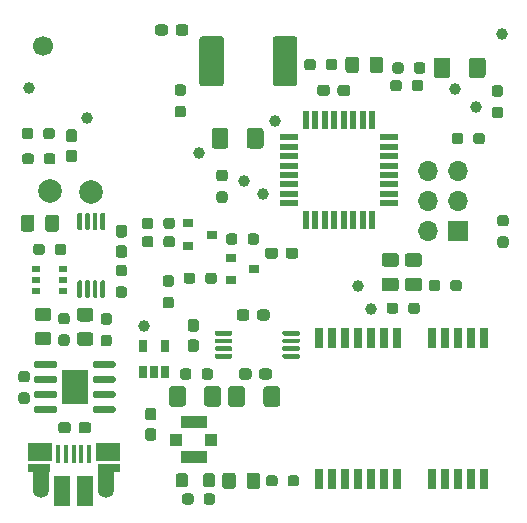
<source format=gts>
G04 #@! TF.GenerationSoftware,KiCad,Pcbnew,5.1.10-88a1d61d58~90~ubuntu20.04.1*
G04 #@! TF.CreationDate,2021-08-08T16:04:40+03:00*
G04 #@! TF.ProjectId,GPS_keychain,4750535f-6b65-4796-9368-61696e2e6b69,rev?*
G04 #@! TF.SameCoordinates,Original*
G04 #@! TF.FileFunction,Soldermask,Top*
G04 #@! TF.FilePolarity,Negative*
%FSLAX46Y46*%
G04 Gerber Fmt 4.6, Leading zero omitted, Abs format (unit mm)*
G04 Created by KiCad (PCBNEW 5.1.10-88a1d61d58~90~ubuntu20.04.1) date 2021-08-08 16:04:40*
%MOMM*%
%LPD*%
G01*
G04 APERTURE LIST*
%ADD10C,1.700000*%
%ADD11R,1.600000X0.550000*%
%ADD12R,0.550000X1.600000*%
%ADD13R,0.800000X1.800000*%
%ADD14R,0.650000X1.060000*%
%ADD15R,0.700000X0.510000*%
%ADD16R,2.290000X3.000000*%
%ADD17C,1.000000*%
%ADD18R,0.900000X0.800000*%
%ADD19O,1.700000X1.700000*%
%ADD20R,1.700000X1.700000*%
%ADD21C,2.000000*%
%ADD22R,1.430000X2.500000*%
%ADD23O,1.350000X1.700000*%
%ADD24O,1.100000X1.500000*%
%ADD25R,0.400000X1.650000*%
%ADD26R,2.000000X1.500000*%
%ADD27R,1.825000X0.700000*%
%ADD28R,1.350000X2.000000*%
%ADD29R,1.000000X1.000000*%
%ADD30R,2.200000X1.050000*%
G04 APERTURE END LIST*
D10*
X192798700Y-113271300D03*
D11*
X213569220Y-126630660D03*
X213569220Y-125830660D03*
X213569220Y-125030660D03*
X213569220Y-124230660D03*
X213569220Y-123430660D03*
X213569220Y-122630660D03*
X213569220Y-121830660D03*
X213569220Y-121030660D03*
D12*
X215019220Y-119580660D03*
X215819220Y-119580660D03*
X216619220Y-119580660D03*
X217419220Y-119580660D03*
X218219220Y-119580660D03*
X219019220Y-119580660D03*
X219819220Y-119580660D03*
X220619220Y-119580660D03*
D11*
X222069220Y-121030660D03*
X222069220Y-121830660D03*
X222069220Y-122630660D03*
X222069220Y-123430660D03*
X222069220Y-124230660D03*
X222069220Y-125030660D03*
X222069220Y-125830660D03*
X222069220Y-126630660D03*
D12*
X220619220Y-128080660D03*
X219819220Y-128080660D03*
X219019220Y-128080660D03*
X218219220Y-128080660D03*
X217419220Y-128080660D03*
X216619220Y-128080660D03*
X215819220Y-128080660D03*
X215019220Y-128080660D03*
G36*
G01*
X213033980Y-137727840D02*
X213033980Y-137527840D01*
G75*
G02*
X213133980Y-137427840I100000J0D01*
G01*
X214408980Y-137427840D01*
G75*
G02*
X214508980Y-137527840I0J-100000D01*
G01*
X214508980Y-137727840D01*
G75*
G02*
X214408980Y-137827840I-100000J0D01*
G01*
X213133980Y-137827840D01*
G75*
G02*
X213033980Y-137727840I0J100000D01*
G01*
G37*
G36*
G01*
X213033980Y-138377840D02*
X213033980Y-138177840D01*
G75*
G02*
X213133980Y-138077840I100000J0D01*
G01*
X214408980Y-138077840D01*
G75*
G02*
X214508980Y-138177840I0J-100000D01*
G01*
X214508980Y-138377840D01*
G75*
G02*
X214408980Y-138477840I-100000J0D01*
G01*
X213133980Y-138477840D01*
G75*
G02*
X213033980Y-138377840I0J100000D01*
G01*
G37*
G36*
G01*
X213033980Y-139027840D02*
X213033980Y-138827840D01*
G75*
G02*
X213133980Y-138727840I100000J0D01*
G01*
X214408980Y-138727840D01*
G75*
G02*
X214508980Y-138827840I0J-100000D01*
G01*
X214508980Y-139027840D01*
G75*
G02*
X214408980Y-139127840I-100000J0D01*
G01*
X213133980Y-139127840D01*
G75*
G02*
X213033980Y-139027840I0J100000D01*
G01*
G37*
G36*
G01*
X213033980Y-139677840D02*
X213033980Y-139477840D01*
G75*
G02*
X213133980Y-139377840I100000J0D01*
G01*
X214408980Y-139377840D01*
G75*
G02*
X214508980Y-139477840I0J-100000D01*
G01*
X214508980Y-139677840D01*
G75*
G02*
X214408980Y-139777840I-100000J0D01*
G01*
X213133980Y-139777840D01*
G75*
G02*
X213033980Y-139677840I0J100000D01*
G01*
G37*
G36*
G01*
X207308980Y-139677840D02*
X207308980Y-139477840D01*
G75*
G02*
X207408980Y-139377840I100000J0D01*
G01*
X208683980Y-139377840D01*
G75*
G02*
X208783980Y-139477840I0J-100000D01*
G01*
X208783980Y-139677840D01*
G75*
G02*
X208683980Y-139777840I-100000J0D01*
G01*
X207408980Y-139777840D01*
G75*
G02*
X207308980Y-139677840I0J100000D01*
G01*
G37*
G36*
G01*
X207308980Y-139027840D02*
X207308980Y-138827840D01*
G75*
G02*
X207408980Y-138727840I100000J0D01*
G01*
X208683980Y-138727840D01*
G75*
G02*
X208783980Y-138827840I0J-100000D01*
G01*
X208783980Y-139027840D01*
G75*
G02*
X208683980Y-139127840I-100000J0D01*
G01*
X207408980Y-139127840D01*
G75*
G02*
X207308980Y-139027840I0J100000D01*
G01*
G37*
G36*
G01*
X207308980Y-138377840D02*
X207308980Y-138177840D01*
G75*
G02*
X207408980Y-138077840I100000J0D01*
G01*
X208683980Y-138077840D01*
G75*
G02*
X208783980Y-138177840I0J-100000D01*
G01*
X208783980Y-138377840D01*
G75*
G02*
X208683980Y-138477840I-100000J0D01*
G01*
X207408980Y-138477840D01*
G75*
G02*
X207308980Y-138377840I0J100000D01*
G01*
G37*
G36*
G01*
X207308980Y-137727840D02*
X207308980Y-137527840D01*
G75*
G02*
X207408980Y-137427840I100000J0D01*
G01*
X208683980Y-137427840D01*
G75*
G02*
X208783980Y-137527840I0J-100000D01*
G01*
X208783980Y-137727840D01*
G75*
G02*
X208683980Y-137827840I-100000J0D01*
G01*
X207408980Y-137827840D01*
G75*
G02*
X207308980Y-137727840I0J100000D01*
G01*
G37*
D13*
X216113600Y-138007840D03*
X217213600Y-138007840D03*
X218313600Y-138007840D03*
X219413600Y-138007840D03*
X220513600Y-138007840D03*
X221613600Y-138007840D03*
X222713600Y-138007840D03*
X225713600Y-138007840D03*
X226813600Y-138007840D03*
X227913600Y-138007840D03*
X229013600Y-138007840D03*
X230113600Y-138007840D03*
X230113600Y-150007840D03*
X229013600Y-150007840D03*
X227913600Y-150007840D03*
X226813600Y-150007840D03*
X225713600Y-150007840D03*
X222713600Y-150007840D03*
X221613600Y-150007840D03*
X220513600Y-150007840D03*
X219413600Y-150007840D03*
X218313600Y-150007840D03*
X217213600Y-150007840D03*
X216113600Y-150007840D03*
D14*
X201218760Y-138706680D03*
X203118760Y-138706680D03*
X203118760Y-140906680D03*
X202168760Y-140906680D03*
X201218760Y-140906680D03*
G36*
G01*
X197719800Y-133161140D02*
X197919800Y-133161140D01*
G75*
G02*
X198019800Y-133261140I0J-100000D01*
G01*
X198019800Y-134536140D01*
G75*
G02*
X197919800Y-134636140I-100000J0D01*
G01*
X197719800Y-134636140D01*
G75*
G02*
X197619800Y-134536140I0J100000D01*
G01*
X197619800Y-133261140D01*
G75*
G02*
X197719800Y-133161140I100000J0D01*
G01*
G37*
G36*
G01*
X197069800Y-133161140D02*
X197269800Y-133161140D01*
G75*
G02*
X197369800Y-133261140I0J-100000D01*
G01*
X197369800Y-134536140D01*
G75*
G02*
X197269800Y-134636140I-100000J0D01*
G01*
X197069800Y-134636140D01*
G75*
G02*
X196969800Y-134536140I0J100000D01*
G01*
X196969800Y-133261140D01*
G75*
G02*
X197069800Y-133161140I100000J0D01*
G01*
G37*
G36*
G01*
X196419800Y-133161140D02*
X196619800Y-133161140D01*
G75*
G02*
X196719800Y-133261140I0J-100000D01*
G01*
X196719800Y-134536140D01*
G75*
G02*
X196619800Y-134636140I-100000J0D01*
G01*
X196419800Y-134636140D01*
G75*
G02*
X196319800Y-134536140I0J100000D01*
G01*
X196319800Y-133261140D01*
G75*
G02*
X196419800Y-133161140I100000J0D01*
G01*
G37*
G36*
G01*
X195769800Y-133161140D02*
X195969800Y-133161140D01*
G75*
G02*
X196069800Y-133261140I0J-100000D01*
G01*
X196069800Y-134536140D01*
G75*
G02*
X195969800Y-134636140I-100000J0D01*
G01*
X195769800Y-134636140D01*
G75*
G02*
X195669800Y-134536140I0J100000D01*
G01*
X195669800Y-133261140D01*
G75*
G02*
X195769800Y-133161140I100000J0D01*
G01*
G37*
G36*
G01*
X195769800Y-127436140D02*
X195969800Y-127436140D01*
G75*
G02*
X196069800Y-127536140I0J-100000D01*
G01*
X196069800Y-128811140D01*
G75*
G02*
X195969800Y-128911140I-100000J0D01*
G01*
X195769800Y-128911140D01*
G75*
G02*
X195669800Y-128811140I0J100000D01*
G01*
X195669800Y-127536140D01*
G75*
G02*
X195769800Y-127436140I100000J0D01*
G01*
G37*
G36*
G01*
X196419800Y-127436140D02*
X196619800Y-127436140D01*
G75*
G02*
X196719800Y-127536140I0J-100000D01*
G01*
X196719800Y-128811140D01*
G75*
G02*
X196619800Y-128911140I-100000J0D01*
G01*
X196419800Y-128911140D01*
G75*
G02*
X196319800Y-128811140I0J100000D01*
G01*
X196319800Y-127536140D01*
G75*
G02*
X196419800Y-127436140I100000J0D01*
G01*
G37*
G36*
G01*
X197069800Y-127436140D02*
X197269800Y-127436140D01*
G75*
G02*
X197369800Y-127536140I0J-100000D01*
G01*
X197369800Y-128811140D01*
G75*
G02*
X197269800Y-128911140I-100000J0D01*
G01*
X197069800Y-128911140D01*
G75*
G02*
X196969800Y-128811140I0J100000D01*
G01*
X196969800Y-127536140D01*
G75*
G02*
X197069800Y-127436140I100000J0D01*
G01*
G37*
G36*
G01*
X197719800Y-127436140D02*
X197919800Y-127436140D01*
G75*
G02*
X198019800Y-127536140I0J-100000D01*
G01*
X198019800Y-128811140D01*
G75*
G02*
X197919800Y-128911140I-100000J0D01*
G01*
X197719800Y-128911140D01*
G75*
G02*
X197619800Y-128811140I0J100000D01*
G01*
X197619800Y-127536140D01*
G75*
G02*
X197719800Y-127436140I100000J0D01*
G01*
G37*
D15*
X194487800Y-132161240D03*
X194487800Y-133111240D03*
X194487800Y-134061240D03*
X192167800Y-134061240D03*
X192167800Y-133111240D03*
X192167800Y-132161240D03*
D16*
X195458080Y-142189200D03*
G36*
G01*
X196958080Y-140434200D02*
X196958080Y-140134200D01*
G75*
G02*
X197108080Y-139984200I150000J0D01*
G01*
X198758080Y-139984200D01*
G75*
G02*
X198908080Y-140134200I0J-150000D01*
G01*
X198908080Y-140434200D01*
G75*
G02*
X198758080Y-140584200I-150000J0D01*
G01*
X197108080Y-140584200D01*
G75*
G02*
X196958080Y-140434200I0J150000D01*
G01*
G37*
G36*
G01*
X196958080Y-141704200D02*
X196958080Y-141404200D01*
G75*
G02*
X197108080Y-141254200I150000J0D01*
G01*
X198758080Y-141254200D01*
G75*
G02*
X198908080Y-141404200I0J-150000D01*
G01*
X198908080Y-141704200D01*
G75*
G02*
X198758080Y-141854200I-150000J0D01*
G01*
X197108080Y-141854200D01*
G75*
G02*
X196958080Y-141704200I0J150000D01*
G01*
G37*
G36*
G01*
X196958080Y-142974200D02*
X196958080Y-142674200D01*
G75*
G02*
X197108080Y-142524200I150000J0D01*
G01*
X198758080Y-142524200D01*
G75*
G02*
X198908080Y-142674200I0J-150000D01*
G01*
X198908080Y-142974200D01*
G75*
G02*
X198758080Y-143124200I-150000J0D01*
G01*
X197108080Y-143124200D01*
G75*
G02*
X196958080Y-142974200I0J150000D01*
G01*
G37*
G36*
G01*
X196958080Y-144244200D02*
X196958080Y-143944200D01*
G75*
G02*
X197108080Y-143794200I150000J0D01*
G01*
X198758080Y-143794200D01*
G75*
G02*
X198908080Y-143944200I0J-150000D01*
G01*
X198908080Y-144244200D01*
G75*
G02*
X198758080Y-144394200I-150000J0D01*
G01*
X197108080Y-144394200D01*
G75*
G02*
X196958080Y-144244200I0J150000D01*
G01*
G37*
G36*
G01*
X192008080Y-144244200D02*
X192008080Y-143944200D01*
G75*
G02*
X192158080Y-143794200I150000J0D01*
G01*
X193808080Y-143794200D01*
G75*
G02*
X193958080Y-143944200I0J-150000D01*
G01*
X193958080Y-144244200D01*
G75*
G02*
X193808080Y-144394200I-150000J0D01*
G01*
X192158080Y-144394200D01*
G75*
G02*
X192008080Y-144244200I0J150000D01*
G01*
G37*
G36*
G01*
X192008080Y-142974200D02*
X192008080Y-142674200D01*
G75*
G02*
X192158080Y-142524200I150000J0D01*
G01*
X193808080Y-142524200D01*
G75*
G02*
X193958080Y-142674200I0J-150000D01*
G01*
X193958080Y-142974200D01*
G75*
G02*
X193808080Y-143124200I-150000J0D01*
G01*
X192158080Y-143124200D01*
G75*
G02*
X192008080Y-142974200I0J150000D01*
G01*
G37*
G36*
G01*
X192008080Y-141704200D02*
X192008080Y-141404200D01*
G75*
G02*
X192158080Y-141254200I150000J0D01*
G01*
X193808080Y-141254200D01*
G75*
G02*
X193958080Y-141404200I0J-150000D01*
G01*
X193958080Y-141704200D01*
G75*
G02*
X193808080Y-141854200I-150000J0D01*
G01*
X192158080Y-141854200D01*
G75*
G02*
X192008080Y-141704200I0J150000D01*
G01*
G37*
G36*
G01*
X192008080Y-140434200D02*
X192008080Y-140134200D01*
G75*
G02*
X192158080Y-139984200I150000J0D01*
G01*
X193808080Y-139984200D01*
G75*
G02*
X193958080Y-140134200I0J-150000D01*
G01*
X193958080Y-140434200D01*
G75*
G02*
X193808080Y-140584200I-150000J0D01*
G01*
X192158080Y-140584200D01*
G75*
G02*
X192008080Y-140434200I0J150000D01*
G01*
G37*
D17*
X211421980Y-125826520D03*
X209745580Y-124747020D03*
X231609900Y-112268000D03*
X212407500Y-119621300D03*
X229425500Y-118465600D03*
X227609400Y-116928900D03*
X219415360Y-133672580D03*
X220515180Y-135613140D03*
X206006700Y-122339100D03*
X196507100Y-119430800D03*
X201307700Y-137020300D03*
X191604900Y-116852700D03*
G36*
G01*
X226392560Y-133356340D02*
X226392560Y-133831340D01*
G75*
G02*
X226155060Y-134068840I-237500J0D01*
G01*
X225655060Y-134068840D01*
G75*
G02*
X225417560Y-133831340I0J237500D01*
G01*
X225417560Y-133356340D01*
G75*
G02*
X225655060Y-133118840I237500J0D01*
G01*
X226155060Y-133118840D01*
G75*
G02*
X226392560Y-133356340I0J-237500D01*
G01*
G37*
G36*
G01*
X228217560Y-133356340D02*
X228217560Y-133831340D01*
G75*
G02*
X227980060Y-134068840I-237500J0D01*
G01*
X227480060Y-134068840D01*
G75*
G02*
X227242560Y-133831340I0J237500D01*
G01*
X227242560Y-133356340D01*
G75*
G02*
X227480060Y-133118840I237500J0D01*
G01*
X227980060Y-133118840D01*
G75*
G02*
X228217560Y-133356340I0J-237500D01*
G01*
G37*
G36*
G01*
X223683380Y-135743960D02*
X223683380Y-135268960D01*
G75*
G02*
X223920880Y-135031460I237500J0D01*
G01*
X224420880Y-135031460D01*
G75*
G02*
X224658380Y-135268960I0J-237500D01*
G01*
X224658380Y-135743960D01*
G75*
G02*
X224420880Y-135981460I-237500J0D01*
G01*
X223920880Y-135981460D01*
G75*
G02*
X223683380Y-135743960I0J237500D01*
G01*
G37*
G36*
G01*
X221858380Y-135743960D02*
X221858380Y-135268960D01*
G75*
G02*
X222095880Y-135031460I237500J0D01*
G01*
X222595880Y-135031460D01*
G75*
G02*
X222833380Y-135268960I0J-237500D01*
G01*
X222833380Y-135743960D01*
G75*
G02*
X222595880Y-135981460I-237500J0D01*
G01*
X222095880Y-135981460D01*
G75*
G02*
X221858380Y-135743960I0J237500D01*
G01*
G37*
G36*
G01*
X208154280Y-124767160D02*
X207679280Y-124767160D01*
G75*
G02*
X207441780Y-124529660I0J237500D01*
G01*
X207441780Y-124029660D01*
G75*
G02*
X207679280Y-123792160I237500J0D01*
G01*
X208154280Y-123792160D01*
G75*
G02*
X208391780Y-124029660I0J-237500D01*
G01*
X208391780Y-124529660D01*
G75*
G02*
X208154280Y-124767160I-237500J0D01*
G01*
G37*
G36*
G01*
X208154280Y-126592160D02*
X207679280Y-126592160D01*
G75*
G02*
X207441780Y-126354660I0J237500D01*
G01*
X207441780Y-125854660D01*
G75*
G02*
X207679280Y-125617160I237500J0D01*
G01*
X208154280Y-125617160D01*
G75*
G02*
X208391780Y-125854660I0J-237500D01*
G01*
X208391780Y-126354660D01*
G75*
G02*
X208154280Y-126592160I-237500J0D01*
G01*
G37*
G36*
G01*
X192773480Y-120958620D02*
X192773480Y-120483620D01*
G75*
G02*
X193010980Y-120246120I237500J0D01*
G01*
X193510980Y-120246120D01*
G75*
G02*
X193748480Y-120483620I0J-237500D01*
G01*
X193748480Y-120958620D01*
G75*
G02*
X193510980Y-121196120I-237500J0D01*
G01*
X193010980Y-121196120D01*
G75*
G02*
X192773480Y-120958620I0J237500D01*
G01*
G37*
G36*
G01*
X190948480Y-120958620D02*
X190948480Y-120483620D01*
G75*
G02*
X191185980Y-120246120I237500J0D01*
G01*
X191685980Y-120246120D01*
G75*
G02*
X191923480Y-120483620I0J-237500D01*
G01*
X191923480Y-120958620D01*
G75*
G02*
X191685980Y-121196120I-237500J0D01*
G01*
X191185980Y-121196120D01*
G75*
G02*
X190948480Y-120958620I0J237500D01*
G01*
G37*
G36*
G01*
X191976820Y-122632460D02*
X191976820Y-123107460D01*
G75*
G02*
X191739320Y-123344960I-237500J0D01*
G01*
X191239320Y-123344960D01*
G75*
G02*
X191001820Y-123107460I0J237500D01*
G01*
X191001820Y-122632460D01*
G75*
G02*
X191239320Y-122394960I237500J0D01*
G01*
X191739320Y-122394960D01*
G75*
G02*
X191976820Y-122632460I0J-237500D01*
G01*
G37*
G36*
G01*
X193801820Y-122632460D02*
X193801820Y-123107460D01*
G75*
G02*
X193564320Y-123344960I-237500J0D01*
G01*
X193064320Y-123344960D01*
G75*
G02*
X192826820Y-123107460I0J237500D01*
G01*
X192826820Y-122632460D01*
G75*
G02*
X193064320Y-122394960I237500J0D01*
G01*
X193564320Y-122394960D01*
G75*
G02*
X193801820Y-122632460I0J-237500D01*
G01*
G37*
G36*
G01*
X229197080Y-121387880D02*
X229197080Y-120912880D01*
G75*
G02*
X229434580Y-120675380I237500J0D01*
G01*
X229934580Y-120675380D01*
G75*
G02*
X230172080Y-120912880I0J-237500D01*
G01*
X230172080Y-121387880D01*
G75*
G02*
X229934580Y-121625380I-237500J0D01*
G01*
X229434580Y-121625380D01*
G75*
G02*
X229197080Y-121387880I0J237500D01*
G01*
G37*
G36*
G01*
X227372080Y-121387880D02*
X227372080Y-120912880D01*
G75*
G02*
X227609580Y-120675380I237500J0D01*
G01*
X228109580Y-120675380D01*
G75*
G02*
X228347080Y-120912880I0J-237500D01*
G01*
X228347080Y-121387880D01*
G75*
G02*
X228109580Y-121625380I-237500J0D01*
G01*
X227609580Y-121625380D01*
G75*
G02*
X227372080Y-121387880I0J237500D01*
G01*
G37*
G36*
G01*
X231463840Y-129433500D02*
X231938840Y-129433500D01*
G75*
G02*
X232176340Y-129671000I0J-237500D01*
G01*
X232176340Y-130171000D01*
G75*
G02*
X231938840Y-130408500I-237500J0D01*
G01*
X231463840Y-130408500D01*
G75*
G02*
X231226340Y-130171000I0J237500D01*
G01*
X231226340Y-129671000D01*
G75*
G02*
X231463840Y-129433500I237500J0D01*
G01*
G37*
G36*
G01*
X231463840Y-127608500D02*
X231938840Y-127608500D01*
G75*
G02*
X232176340Y-127846000I0J-237500D01*
G01*
X232176340Y-128346000D01*
G75*
G02*
X231938840Y-128583500I-237500J0D01*
G01*
X231463840Y-128583500D01*
G75*
G02*
X231226340Y-128346000I0J237500D01*
G01*
X231226340Y-127846000D01*
G75*
G02*
X231463840Y-127608500I237500J0D01*
G01*
G37*
G36*
G01*
X206497100Y-133206500D02*
X206497100Y-132731500D01*
G75*
G02*
X206734600Y-132494000I237500J0D01*
G01*
X207234600Y-132494000D01*
G75*
G02*
X207472100Y-132731500I0J-237500D01*
G01*
X207472100Y-133206500D01*
G75*
G02*
X207234600Y-133444000I-237500J0D01*
G01*
X206734600Y-133444000D01*
G75*
G02*
X206497100Y-133206500I0J237500D01*
G01*
G37*
G36*
G01*
X204672100Y-133206500D02*
X204672100Y-132731500D01*
G75*
G02*
X204909600Y-132494000I237500J0D01*
G01*
X205409600Y-132494000D01*
G75*
G02*
X205647100Y-132731500I0J-237500D01*
G01*
X205647100Y-133206500D01*
G75*
G02*
X205409600Y-133444000I-237500J0D01*
G01*
X204909600Y-133444000D01*
G75*
G02*
X204672100Y-133206500I0J237500D01*
G01*
G37*
G36*
G01*
X203127600Y-134551600D02*
X203602600Y-134551600D01*
G75*
G02*
X203840100Y-134789100I0J-237500D01*
G01*
X203840100Y-135289100D01*
G75*
G02*
X203602600Y-135526600I-237500J0D01*
G01*
X203127600Y-135526600D01*
G75*
G02*
X202890100Y-135289100I0J237500D01*
G01*
X202890100Y-134789100D01*
G75*
G02*
X203127600Y-134551600I237500J0D01*
G01*
G37*
G36*
G01*
X203127600Y-132726600D02*
X203602600Y-132726600D01*
G75*
G02*
X203840100Y-132964100I0J-237500D01*
G01*
X203840100Y-133464100D01*
G75*
G02*
X203602600Y-133701600I-237500J0D01*
G01*
X203127600Y-133701600D01*
G75*
G02*
X202890100Y-133464100I0J237500D01*
G01*
X202890100Y-132964100D01*
G75*
G02*
X203127600Y-132726600I237500J0D01*
G01*
G37*
G36*
G01*
X202953800Y-128571000D02*
X202953800Y-128096000D01*
G75*
G02*
X203191300Y-127858500I237500J0D01*
G01*
X203691300Y-127858500D01*
G75*
G02*
X203928800Y-128096000I0J-237500D01*
G01*
X203928800Y-128571000D01*
G75*
G02*
X203691300Y-128808500I-237500J0D01*
G01*
X203191300Y-128808500D01*
G75*
G02*
X202953800Y-128571000I0J237500D01*
G01*
G37*
G36*
G01*
X201128800Y-128571000D02*
X201128800Y-128096000D01*
G75*
G02*
X201366300Y-127858500I237500J0D01*
G01*
X201866300Y-127858500D01*
G75*
G02*
X202103800Y-128096000I0J-237500D01*
G01*
X202103800Y-128571000D01*
G75*
G02*
X201866300Y-128808500I-237500J0D01*
G01*
X201366300Y-128808500D01*
G75*
G02*
X201128800Y-128571000I0J237500D01*
G01*
G37*
G36*
G01*
X202953800Y-130120400D02*
X202953800Y-129645400D01*
G75*
G02*
X203191300Y-129407900I237500J0D01*
G01*
X203691300Y-129407900D01*
G75*
G02*
X203928800Y-129645400I0J-237500D01*
G01*
X203928800Y-130120400D01*
G75*
G02*
X203691300Y-130357900I-237500J0D01*
G01*
X203191300Y-130357900D01*
G75*
G02*
X202953800Y-130120400I0J237500D01*
G01*
G37*
G36*
G01*
X201128800Y-130120400D02*
X201128800Y-129645400D01*
G75*
G02*
X201366300Y-129407900I237500J0D01*
G01*
X201866300Y-129407900D01*
G75*
G02*
X202103800Y-129645400I0J-237500D01*
G01*
X202103800Y-130120400D01*
G75*
G02*
X201866300Y-130357900I-237500J0D01*
G01*
X201366300Y-130357900D01*
G75*
G02*
X201128800Y-130120400I0J237500D01*
G01*
G37*
G36*
G01*
X209224700Y-129416800D02*
X209224700Y-129891800D01*
G75*
G02*
X208987200Y-130129300I-237500J0D01*
G01*
X208487200Y-130129300D01*
G75*
G02*
X208249700Y-129891800I0J237500D01*
G01*
X208249700Y-129416800D01*
G75*
G02*
X208487200Y-129179300I237500J0D01*
G01*
X208987200Y-129179300D01*
G75*
G02*
X209224700Y-129416800I0J-237500D01*
G01*
G37*
G36*
G01*
X211049700Y-129416800D02*
X211049700Y-129891800D01*
G75*
G02*
X210812200Y-130129300I-237500J0D01*
G01*
X210312200Y-130129300D01*
G75*
G02*
X210074700Y-129891800I0J237500D01*
G01*
X210074700Y-129416800D01*
G75*
G02*
X210312200Y-129179300I237500J0D01*
G01*
X210812200Y-129179300D01*
G75*
G02*
X211049700Y-129416800I0J-237500D01*
G01*
G37*
G36*
G01*
X206354860Y-151905980D02*
X206354860Y-151430980D01*
G75*
G02*
X206592360Y-151193480I237500J0D01*
G01*
X207092360Y-151193480D01*
G75*
G02*
X207329860Y-151430980I0J-237500D01*
G01*
X207329860Y-151905980D01*
G75*
G02*
X207092360Y-152143480I-237500J0D01*
G01*
X206592360Y-152143480D01*
G75*
G02*
X206354860Y-151905980I0J237500D01*
G01*
G37*
G36*
G01*
X204529860Y-151905980D02*
X204529860Y-151430980D01*
G75*
G02*
X204767360Y-151193480I237500J0D01*
G01*
X205267360Y-151193480D01*
G75*
G02*
X205504860Y-151430980I0J-237500D01*
G01*
X205504860Y-151905980D01*
G75*
G02*
X205267360Y-152143480I-237500J0D01*
G01*
X204767360Y-152143480D01*
G75*
G02*
X204529860Y-151905980I0J237500D01*
G01*
G37*
G36*
G01*
X213464960Y-150366740D02*
X213464960Y-149891740D01*
G75*
G02*
X213702460Y-149654240I237500J0D01*
G01*
X214202460Y-149654240D01*
G75*
G02*
X214439960Y-149891740I0J-237500D01*
G01*
X214439960Y-150366740D01*
G75*
G02*
X214202460Y-150604240I-237500J0D01*
G01*
X213702460Y-150604240D01*
G75*
G02*
X213464960Y-150366740I0J237500D01*
G01*
G37*
G36*
G01*
X211639960Y-150366740D02*
X211639960Y-149891740D01*
G75*
G02*
X211877460Y-149654240I237500J0D01*
G01*
X212377460Y-149654240D01*
G75*
G02*
X212614960Y-149891740I0J-237500D01*
G01*
X212614960Y-150366740D01*
G75*
G02*
X212377460Y-150604240I-237500J0D01*
G01*
X211877460Y-150604240D01*
G75*
G02*
X211639960Y-150366740I0J237500D01*
G01*
G37*
G36*
G01*
X216697740Y-115129320D02*
X216697740Y-114654320D01*
G75*
G02*
X216935240Y-114416820I237500J0D01*
G01*
X217435240Y-114416820D01*
G75*
G02*
X217672740Y-114654320I0J-237500D01*
G01*
X217672740Y-115129320D01*
G75*
G02*
X217435240Y-115366820I-237500J0D01*
G01*
X216935240Y-115366820D01*
G75*
G02*
X216697740Y-115129320I0J237500D01*
G01*
G37*
G36*
G01*
X214872740Y-115129320D02*
X214872740Y-114654320D01*
G75*
G02*
X215110240Y-114416820I237500J0D01*
G01*
X215610240Y-114416820D01*
G75*
G02*
X215847740Y-114654320I0J-237500D01*
G01*
X215847740Y-115129320D01*
G75*
G02*
X215610240Y-115366820I-237500J0D01*
G01*
X215110240Y-115366820D01*
G75*
G02*
X214872740Y-115129320I0J237500D01*
G01*
G37*
G36*
G01*
X204143600Y-118384500D02*
X204618600Y-118384500D01*
G75*
G02*
X204856100Y-118622000I0J-237500D01*
G01*
X204856100Y-119122000D01*
G75*
G02*
X204618600Y-119359500I-237500J0D01*
G01*
X204143600Y-119359500D01*
G75*
G02*
X203906100Y-119122000I0J237500D01*
G01*
X203906100Y-118622000D01*
G75*
G02*
X204143600Y-118384500I237500J0D01*
G01*
G37*
G36*
G01*
X204143600Y-116559500D02*
X204618600Y-116559500D01*
G75*
G02*
X204856100Y-116797000I0J-237500D01*
G01*
X204856100Y-117297000D01*
G75*
G02*
X204618600Y-117534500I-237500J0D01*
G01*
X204143600Y-117534500D01*
G75*
G02*
X203906100Y-117297000I0J237500D01*
G01*
X203906100Y-116797000D01*
G75*
G02*
X204143600Y-116559500I237500J0D01*
G01*
G37*
G36*
G01*
X224152640Y-115408720D02*
X224152640Y-114933720D01*
G75*
G02*
X224390140Y-114696220I237500J0D01*
G01*
X224890140Y-114696220D01*
G75*
G02*
X225127640Y-114933720I0J-237500D01*
G01*
X225127640Y-115408720D01*
G75*
G02*
X224890140Y-115646220I-237500J0D01*
G01*
X224390140Y-115646220D01*
G75*
G02*
X224152640Y-115408720I0J237500D01*
G01*
G37*
G36*
G01*
X222327640Y-115408720D02*
X222327640Y-114933720D01*
G75*
G02*
X222565140Y-114696220I237500J0D01*
G01*
X223065140Y-114696220D01*
G75*
G02*
X223302640Y-114933720I0J-237500D01*
G01*
X223302640Y-115408720D01*
G75*
G02*
X223065140Y-115646220I-237500J0D01*
G01*
X222565140Y-115646220D01*
G75*
G02*
X222327640Y-115408720I0J237500D01*
G01*
G37*
G36*
G01*
X223987540Y-116902240D02*
X223987540Y-116427240D01*
G75*
G02*
X224225040Y-116189740I237500J0D01*
G01*
X224725040Y-116189740D01*
G75*
G02*
X224962540Y-116427240I0J-237500D01*
G01*
X224962540Y-116902240D01*
G75*
G02*
X224725040Y-117139740I-237500J0D01*
G01*
X224225040Y-117139740D01*
G75*
G02*
X223987540Y-116902240I0J237500D01*
G01*
G37*
G36*
G01*
X222162540Y-116902240D02*
X222162540Y-116427240D01*
G75*
G02*
X222400040Y-116189740I237500J0D01*
G01*
X222900040Y-116189740D01*
G75*
G02*
X223137540Y-116427240I0J-237500D01*
G01*
X223137540Y-116902240D01*
G75*
G02*
X222900040Y-117139740I-237500J0D01*
G01*
X222400040Y-117139740D01*
G75*
G02*
X222162540Y-116902240I0J237500D01*
G01*
G37*
G36*
G01*
X230991400Y-118460700D02*
X231466400Y-118460700D01*
G75*
G02*
X231703900Y-118698200I0J-237500D01*
G01*
X231703900Y-119198200D01*
G75*
G02*
X231466400Y-119435700I-237500J0D01*
G01*
X230991400Y-119435700D01*
G75*
G02*
X230753900Y-119198200I0J237500D01*
G01*
X230753900Y-118698200D01*
G75*
G02*
X230991400Y-118460700I237500J0D01*
G01*
G37*
G36*
G01*
X230991400Y-116635700D02*
X231466400Y-116635700D01*
G75*
G02*
X231703900Y-116873200I0J-237500D01*
G01*
X231703900Y-117373200D01*
G75*
G02*
X231466400Y-117610700I-237500J0D01*
G01*
X230991400Y-117610700D01*
G75*
G02*
X230753900Y-117373200I0J237500D01*
G01*
X230753900Y-116873200D01*
G75*
G02*
X230991400Y-116635700I237500J0D01*
G01*
G37*
G36*
G01*
X205328340Y-140854420D02*
X205328340Y-141329420D01*
G75*
G02*
X205090840Y-141566920I-237500J0D01*
G01*
X204590840Y-141566920D01*
G75*
G02*
X204353340Y-141329420I0J237500D01*
G01*
X204353340Y-140854420D01*
G75*
G02*
X204590840Y-140616920I237500J0D01*
G01*
X205090840Y-140616920D01*
G75*
G02*
X205328340Y-140854420I0J-237500D01*
G01*
G37*
G36*
G01*
X207153340Y-140854420D02*
X207153340Y-141329420D01*
G75*
G02*
X206915840Y-141566920I-237500J0D01*
G01*
X206415840Y-141566920D01*
G75*
G02*
X206178340Y-141329420I0J237500D01*
G01*
X206178340Y-140854420D01*
G75*
G02*
X206415840Y-140616920I237500J0D01*
G01*
X206915840Y-140616920D01*
G75*
G02*
X207153340Y-140854420I0J-237500D01*
G01*
G37*
G36*
G01*
X199152500Y-133665140D02*
X199627500Y-133665140D01*
G75*
G02*
X199865000Y-133902640I0J-237500D01*
G01*
X199865000Y-134402640D01*
G75*
G02*
X199627500Y-134640140I-237500J0D01*
G01*
X199152500Y-134640140D01*
G75*
G02*
X198915000Y-134402640I0J237500D01*
G01*
X198915000Y-133902640D01*
G75*
G02*
X199152500Y-133665140I237500J0D01*
G01*
G37*
G36*
G01*
X199152500Y-131840140D02*
X199627500Y-131840140D01*
G75*
G02*
X199865000Y-132077640I0J-237500D01*
G01*
X199865000Y-132577640D01*
G75*
G02*
X199627500Y-132815140I-237500J0D01*
G01*
X199152500Y-132815140D01*
G75*
G02*
X198915000Y-132577640I0J237500D01*
G01*
X198915000Y-132077640D01*
G75*
G02*
X199152500Y-131840140I237500J0D01*
G01*
G37*
G36*
G01*
X192902660Y-130303260D02*
X192902660Y-130778260D01*
G75*
G02*
X192665160Y-131015760I-237500J0D01*
G01*
X192165160Y-131015760D01*
G75*
G02*
X191927660Y-130778260I0J237500D01*
G01*
X191927660Y-130303260D01*
G75*
G02*
X192165160Y-130065760I237500J0D01*
G01*
X192665160Y-130065760D01*
G75*
G02*
X192902660Y-130303260I0J-237500D01*
G01*
G37*
G36*
G01*
X194727660Y-130303260D02*
X194727660Y-130778260D01*
G75*
G02*
X194490160Y-131015760I-237500J0D01*
G01*
X193990160Y-131015760D01*
G75*
G02*
X193752660Y-130778260I0J237500D01*
G01*
X193752660Y-130303260D01*
G75*
G02*
X193990160Y-130065760I237500J0D01*
G01*
X194490160Y-130065760D01*
G75*
G02*
X194727660Y-130303260I0J-237500D01*
G01*
G37*
G36*
G01*
X191392820Y-141791500D02*
X190917820Y-141791500D01*
G75*
G02*
X190680320Y-141554000I0J237500D01*
G01*
X190680320Y-141054000D01*
G75*
G02*
X190917820Y-140816500I237500J0D01*
G01*
X191392820Y-140816500D01*
G75*
G02*
X191630320Y-141054000I0J-237500D01*
G01*
X191630320Y-141554000D01*
G75*
G02*
X191392820Y-141791500I-237500J0D01*
G01*
G37*
G36*
G01*
X191392820Y-143616500D02*
X190917820Y-143616500D01*
G75*
G02*
X190680320Y-143379000I0J237500D01*
G01*
X190680320Y-142879000D01*
G75*
G02*
X190917820Y-142641500I237500J0D01*
G01*
X191392820Y-142641500D01*
G75*
G02*
X191630320Y-142879000I0J-237500D01*
G01*
X191630320Y-143379000D01*
G75*
G02*
X191392820Y-143616500I-237500J0D01*
G01*
G37*
G36*
G01*
X197877420Y-137769780D02*
X198352420Y-137769780D01*
G75*
G02*
X198589920Y-138007280I0J-237500D01*
G01*
X198589920Y-138507280D01*
G75*
G02*
X198352420Y-138744780I-237500J0D01*
G01*
X197877420Y-138744780D01*
G75*
G02*
X197639920Y-138507280I0J237500D01*
G01*
X197639920Y-138007280D01*
G75*
G02*
X197877420Y-137769780I237500J0D01*
G01*
G37*
G36*
G01*
X197877420Y-135944780D02*
X198352420Y-135944780D01*
G75*
G02*
X198589920Y-136182280I0J-237500D01*
G01*
X198589920Y-136682280D01*
G75*
G02*
X198352420Y-136919780I-237500J0D01*
G01*
X197877420Y-136919780D01*
G75*
G02*
X197639920Y-136682280I0J237500D01*
G01*
X197639920Y-136182280D01*
G75*
G02*
X197877420Y-135944780I237500J0D01*
G01*
G37*
G36*
G01*
X194296020Y-137734220D02*
X194771020Y-137734220D01*
G75*
G02*
X195008520Y-137971720I0J-237500D01*
G01*
X195008520Y-138471720D01*
G75*
G02*
X194771020Y-138709220I-237500J0D01*
G01*
X194296020Y-138709220D01*
G75*
G02*
X194058520Y-138471720I0J237500D01*
G01*
X194058520Y-137971720D01*
G75*
G02*
X194296020Y-137734220I237500J0D01*
G01*
G37*
G36*
G01*
X194296020Y-135909220D02*
X194771020Y-135909220D01*
G75*
G02*
X195008520Y-136146720I0J-237500D01*
G01*
X195008520Y-136646720D01*
G75*
G02*
X194771020Y-136884220I-237500J0D01*
G01*
X194296020Y-136884220D01*
G75*
G02*
X194058520Y-136646720I0J237500D01*
G01*
X194058520Y-136146720D01*
G75*
G02*
X194296020Y-135909220I237500J0D01*
G01*
G37*
D18*
X210661000Y-132184100D03*
X208661000Y-133134100D03*
X208661000Y-131234100D03*
X207048100Y-129273300D03*
X205048100Y-130223300D03*
X205048100Y-128323300D03*
G36*
G01*
X206286880Y-150438601D02*
X206286880Y-149738599D01*
G75*
G02*
X206536879Y-149488600I249999J0D01*
G01*
X207086881Y-149488600D01*
G75*
G02*
X207336880Y-149738599I0J-249999D01*
G01*
X207336880Y-150438601D01*
G75*
G02*
X207086881Y-150688600I-249999J0D01*
G01*
X206536879Y-150688600D01*
G75*
G02*
X206286880Y-150438601I0J249999D01*
G01*
G37*
G36*
G01*
X203986880Y-150438601D02*
X203986880Y-149738599D01*
G75*
G02*
X204236879Y-149488600I249999J0D01*
G01*
X204786881Y-149488600D01*
G75*
G02*
X205036880Y-149738599I0J-249999D01*
G01*
X205036880Y-150438601D01*
G75*
G02*
X204786881Y-150688600I-249999J0D01*
G01*
X204236879Y-150688600D01*
G75*
G02*
X203986880Y-150438601I0J249999D01*
G01*
G37*
D19*
X225376740Y-123898660D03*
X227916740Y-123898660D03*
X225376740Y-126438660D03*
X227916740Y-126438660D03*
X225376740Y-128978660D03*
D20*
X227916740Y-128978660D03*
D21*
X196819520Y-125674120D03*
X193314320Y-125577600D03*
D22*
X196314060Y-150972520D03*
X194394060Y-150972520D03*
D23*
X198084060Y-150702520D03*
X192624060Y-150702520D03*
D24*
X197774060Y-147702520D03*
X192934060Y-147702520D03*
D25*
X196654060Y-147822520D03*
X196004060Y-147822520D03*
X195354060Y-147822520D03*
X194704060Y-147822520D03*
X194054060Y-147822520D03*
D26*
X198254060Y-147702520D03*
X192504060Y-147722520D03*
D27*
X198354060Y-149022520D03*
X192404060Y-149022520D03*
D28*
X192624060Y-149772520D03*
X198104060Y-149772520D03*
G36*
G01*
X209862120Y-142366840D02*
X209862120Y-143616840D01*
G75*
G02*
X209612120Y-143866840I-250000J0D01*
G01*
X208687120Y-143866840D01*
G75*
G02*
X208437120Y-143616840I0J250000D01*
G01*
X208437120Y-142366840D01*
G75*
G02*
X208687120Y-142116840I250000J0D01*
G01*
X209612120Y-142116840D01*
G75*
G02*
X209862120Y-142366840I0J-250000D01*
G01*
G37*
G36*
G01*
X212837120Y-142366840D02*
X212837120Y-143616840D01*
G75*
G02*
X212587120Y-143866840I-250000J0D01*
G01*
X211662120Y-143866840D01*
G75*
G02*
X211412120Y-143616840I0J250000D01*
G01*
X211412120Y-142366840D01*
G75*
G02*
X211662120Y-142116840I250000J0D01*
G01*
X212587120Y-142116840D01*
G75*
G02*
X212837120Y-142366840I0J-250000D01*
G01*
G37*
G36*
G01*
X224591900Y-132017440D02*
X223641900Y-132017440D01*
G75*
G02*
X223391900Y-131767440I0J250000D01*
G01*
X223391900Y-131092440D01*
G75*
G02*
X223641900Y-130842440I250000J0D01*
G01*
X224591900Y-130842440D01*
G75*
G02*
X224841900Y-131092440I0J-250000D01*
G01*
X224841900Y-131767440D01*
G75*
G02*
X224591900Y-132017440I-250000J0D01*
G01*
G37*
G36*
G01*
X224591900Y-134092440D02*
X223641900Y-134092440D01*
G75*
G02*
X223391900Y-133842440I0J250000D01*
G01*
X223391900Y-133167440D01*
G75*
G02*
X223641900Y-132917440I250000J0D01*
G01*
X224591900Y-132917440D01*
G75*
G02*
X224841900Y-133167440I0J-250000D01*
G01*
X224841900Y-133842440D01*
G75*
G02*
X224591900Y-134092440I-250000J0D01*
G01*
G37*
G36*
G01*
X222631020Y-132014900D02*
X221681020Y-132014900D01*
G75*
G02*
X221431020Y-131764900I0J250000D01*
G01*
X221431020Y-131089900D01*
G75*
G02*
X221681020Y-130839900I250000J0D01*
G01*
X222631020Y-130839900D01*
G75*
G02*
X222881020Y-131089900I0J-250000D01*
G01*
X222881020Y-131764900D01*
G75*
G02*
X222631020Y-132014900I-250000J0D01*
G01*
G37*
G36*
G01*
X222631020Y-134089900D02*
X221681020Y-134089900D01*
G75*
G02*
X221431020Y-133839900I0J250000D01*
G01*
X221431020Y-133164900D01*
G75*
G02*
X221681020Y-132914900I250000J0D01*
G01*
X222631020Y-132914900D01*
G75*
G02*
X222881020Y-133164900I0J-250000D01*
G01*
X222881020Y-133839900D01*
G75*
G02*
X222631020Y-134089900I-250000J0D01*
G01*
G37*
G36*
G01*
X204852300Y-142351600D02*
X204852300Y-143601600D01*
G75*
G02*
X204602300Y-143851600I-250000J0D01*
G01*
X203677300Y-143851600D01*
G75*
G02*
X203427300Y-143601600I0J250000D01*
G01*
X203427300Y-142351600D01*
G75*
G02*
X203677300Y-142101600I250000J0D01*
G01*
X204602300Y-142101600D01*
G75*
G02*
X204852300Y-142351600I0J-250000D01*
G01*
G37*
G36*
G01*
X207827300Y-142351600D02*
X207827300Y-143601600D01*
G75*
G02*
X207577300Y-143851600I-250000J0D01*
G01*
X206652300Y-143851600D01*
G75*
G02*
X206402300Y-143601600I0J250000D01*
G01*
X206402300Y-142351600D01*
G75*
G02*
X206652300Y-142101600I250000J0D01*
G01*
X207577300Y-142101600D01*
G75*
G02*
X207827300Y-142351600I0J-250000D01*
G01*
G37*
G36*
G01*
X209991000Y-150579241D02*
X209991000Y-149679239D01*
G75*
G02*
X210240999Y-149429240I249999J0D01*
G01*
X210891001Y-149429240D01*
G75*
G02*
X211141000Y-149679239I0J-249999D01*
G01*
X211141000Y-150579241D01*
G75*
G02*
X210891001Y-150829240I-249999J0D01*
G01*
X210240999Y-150829240D01*
G75*
G02*
X209991000Y-150579241I0J249999D01*
G01*
G37*
G36*
G01*
X207941000Y-150579241D02*
X207941000Y-149679239D01*
G75*
G02*
X208190999Y-149429240I249999J0D01*
G01*
X208841001Y-149429240D01*
G75*
G02*
X209091000Y-149679239I0J-249999D01*
G01*
X209091000Y-150579241D01*
G75*
G02*
X208841001Y-150829240I-249999J0D01*
G01*
X208190999Y-150829240D01*
G75*
G02*
X207941000Y-150579241I0J249999D01*
G01*
G37*
G36*
G01*
X221560080Y-114459599D02*
X221560080Y-115359601D01*
G75*
G02*
X221310081Y-115609600I-249999J0D01*
G01*
X220660079Y-115609600D01*
G75*
G02*
X220410080Y-115359601I0J249999D01*
G01*
X220410080Y-114459599D01*
G75*
G02*
X220660079Y-114209600I249999J0D01*
G01*
X221310081Y-114209600D01*
G75*
G02*
X221560080Y-114459599I0J-249999D01*
G01*
G37*
G36*
G01*
X219510080Y-114459599D02*
X219510080Y-115359601D01*
G75*
G02*
X219260081Y-115609600I-249999J0D01*
G01*
X218610079Y-115609600D01*
G75*
G02*
X218360080Y-115359601I0J249999D01*
G01*
X218360080Y-114459599D01*
G75*
G02*
X218610079Y-114209600I249999J0D01*
G01*
X219260081Y-114209600D01*
G75*
G02*
X219510080Y-114459599I0J-249999D01*
G01*
G37*
G36*
G01*
X208455900Y-120494900D02*
X208455900Y-121744900D01*
G75*
G02*
X208205900Y-121994900I-250000J0D01*
G01*
X207280900Y-121994900D01*
G75*
G02*
X207030900Y-121744900I0J250000D01*
G01*
X207030900Y-120494900D01*
G75*
G02*
X207280900Y-120244900I250000J0D01*
G01*
X208205900Y-120244900D01*
G75*
G02*
X208455900Y-120494900I0J-250000D01*
G01*
G37*
G36*
G01*
X211430900Y-120494900D02*
X211430900Y-121744900D01*
G75*
G02*
X211180900Y-121994900I-250000J0D01*
G01*
X210255900Y-121994900D01*
G75*
G02*
X210005900Y-121744900I0J250000D01*
G01*
X210005900Y-120494900D01*
G75*
G02*
X210255900Y-120244900I250000J0D01*
G01*
X211180900Y-120244900D01*
G75*
G02*
X211430900Y-120494900I0J-250000D01*
G01*
G37*
G36*
G01*
X227252560Y-114538600D02*
X227252560Y-115788600D01*
G75*
G02*
X227002560Y-116038600I-250000J0D01*
G01*
X226077560Y-116038600D01*
G75*
G02*
X225827560Y-115788600I0J250000D01*
G01*
X225827560Y-114538600D01*
G75*
G02*
X226077560Y-114288600I250000J0D01*
G01*
X227002560Y-114288600D01*
G75*
G02*
X227252560Y-114538600I0J-250000D01*
G01*
G37*
G36*
G01*
X230227560Y-114538600D02*
X230227560Y-115788600D01*
G75*
G02*
X229977560Y-116038600I-250000J0D01*
G01*
X229052560Y-116038600D01*
G75*
G02*
X228802560Y-115788600I0J250000D01*
G01*
X228802560Y-114538600D01*
G75*
G02*
X229052560Y-114288600I250000J0D01*
G01*
X229977560Y-114288600D01*
G75*
G02*
X230227560Y-114538600I0J-250000D01*
G01*
G37*
G36*
G01*
X196771681Y-136640040D02*
X195871679Y-136640040D01*
G75*
G02*
X195621680Y-136390041I0J249999D01*
G01*
X195621680Y-135740039D01*
G75*
G02*
X195871679Y-135490040I249999J0D01*
G01*
X196771681Y-135490040D01*
G75*
G02*
X197021680Y-135740039I0J-249999D01*
G01*
X197021680Y-136390041D01*
G75*
G02*
X196771681Y-136640040I-249999J0D01*
G01*
G37*
G36*
G01*
X196771681Y-138690040D02*
X195871679Y-138690040D01*
G75*
G02*
X195621680Y-138440041I0J249999D01*
G01*
X195621680Y-137790039D01*
G75*
G02*
X195871679Y-137540040I249999J0D01*
G01*
X196771681Y-137540040D01*
G75*
G02*
X197021680Y-137790039I0J-249999D01*
G01*
X197021680Y-138440041D01*
G75*
G02*
X196771681Y-138690040I-249999J0D01*
G01*
G37*
G36*
G01*
X193205521Y-136614640D02*
X192305519Y-136614640D01*
G75*
G02*
X192055520Y-136364641I0J249999D01*
G01*
X192055520Y-135714639D01*
G75*
G02*
X192305519Y-135464640I249999J0D01*
G01*
X193205521Y-135464640D01*
G75*
G02*
X193455520Y-135714639I0J-249999D01*
G01*
X193455520Y-136364641D01*
G75*
G02*
X193205521Y-136614640I-249999J0D01*
G01*
G37*
G36*
G01*
X193205521Y-138664640D02*
X192305519Y-138664640D01*
G75*
G02*
X192055520Y-138414641I0J249999D01*
G01*
X192055520Y-137764639D01*
G75*
G02*
X192305519Y-137514640I249999J0D01*
G01*
X193205521Y-137514640D01*
G75*
G02*
X193455520Y-137764639I0J-249999D01*
G01*
X193455520Y-138414641D01*
G75*
G02*
X193205521Y-138664640I-249999J0D01*
G01*
G37*
G36*
G01*
X194936100Y-122093700D02*
X195411100Y-122093700D01*
G75*
G02*
X195648600Y-122331200I0J-237500D01*
G01*
X195648600Y-122931200D01*
G75*
G02*
X195411100Y-123168700I-237500J0D01*
G01*
X194936100Y-123168700D01*
G75*
G02*
X194698600Y-122931200I0J237500D01*
G01*
X194698600Y-122331200D01*
G75*
G02*
X194936100Y-122093700I237500J0D01*
G01*
G37*
G36*
G01*
X194936100Y-120368700D02*
X195411100Y-120368700D01*
G75*
G02*
X195648600Y-120606200I0J-237500D01*
G01*
X195648600Y-121206200D01*
G75*
G02*
X195411100Y-121443700I-237500J0D01*
G01*
X194936100Y-121443700D01*
G75*
G02*
X194698600Y-121206200I0J237500D01*
G01*
X194698600Y-120606200D01*
G75*
G02*
X194936100Y-120368700I237500J0D01*
G01*
G37*
G36*
G01*
X217691680Y-117313720D02*
X217691680Y-116838720D01*
G75*
G02*
X217929180Y-116601220I237500J0D01*
G01*
X218529180Y-116601220D01*
G75*
G02*
X218766680Y-116838720I0J-237500D01*
G01*
X218766680Y-117313720D01*
G75*
G02*
X218529180Y-117551220I-237500J0D01*
G01*
X217929180Y-117551220D01*
G75*
G02*
X217691680Y-117313720I0J237500D01*
G01*
G37*
G36*
G01*
X215966680Y-117313720D02*
X215966680Y-116838720D01*
G75*
G02*
X216204180Y-116601220I237500J0D01*
G01*
X216804180Y-116601220D01*
G75*
G02*
X217041680Y-116838720I0J-237500D01*
G01*
X217041680Y-117313720D01*
G75*
G02*
X216804180Y-117551220I-237500J0D01*
G01*
X216204180Y-117551220D01*
G75*
G02*
X215966680Y-117313720I0J237500D01*
G01*
G37*
G36*
G01*
X213292400Y-131085600D02*
X213292400Y-130610600D01*
G75*
G02*
X213529900Y-130373100I237500J0D01*
G01*
X214129900Y-130373100D01*
G75*
G02*
X214367400Y-130610600I0J-237500D01*
G01*
X214367400Y-131085600D01*
G75*
G02*
X214129900Y-131323100I-237500J0D01*
G01*
X213529900Y-131323100D01*
G75*
G02*
X213292400Y-131085600I0J237500D01*
G01*
G37*
G36*
G01*
X211567400Y-131085600D02*
X211567400Y-130610600D01*
G75*
G02*
X211804900Y-130373100I237500J0D01*
G01*
X212404900Y-130373100D01*
G75*
G02*
X212642400Y-130610600I0J-237500D01*
G01*
X212642400Y-131085600D01*
G75*
G02*
X212404900Y-131323100I-237500J0D01*
G01*
X211804900Y-131323100D01*
G75*
G02*
X211567400Y-131085600I0J237500D01*
G01*
G37*
G36*
G01*
X211063720Y-141319260D02*
X211063720Y-140844260D01*
G75*
G02*
X211301220Y-140606760I237500J0D01*
G01*
X211901220Y-140606760D01*
G75*
G02*
X212138720Y-140844260I0J-237500D01*
G01*
X212138720Y-141319260D01*
G75*
G02*
X211901220Y-141556760I-237500J0D01*
G01*
X211301220Y-141556760D01*
G75*
G02*
X211063720Y-141319260I0J237500D01*
G01*
G37*
G36*
G01*
X209338720Y-141319260D02*
X209338720Y-140844260D01*
G75*
G02*
X209576220Y-140606760I237500J0D01*
G01*
X210176220Y-140606760D01*
G75*
G02*
X210413720Y-140844260I0J-237500D01*
G01*
X210413720Y-141319260D01*
G75*
G02*
X210176220Y-141556760I-237500J0D01*
G01*
X209576220Y-141556760D01*
G75*
G02*
X209338720Y-141319260I0J237500D01*
G01*
G37*
G36*
G01*
X212215820Y-116482340D02*
X212215820Y-112732340D01*
G75*
G02*
X212465820Y-112482340I250000J0D01*
G01*
X214040820Y-112482340D01*
G75*
G02*
X214290820Y-112732340I0J-250000D01*
G01*
X214290820Y-116482340D01*
G75*
G02*
X214040820Y-116732340I-250000J0D01*
G01*
X212465820Y-116732340D01*
G75*
G02*
X212215820Y-116482340I0J250000D01*
G01*
G37*
G36*
G01*
X205990820Y-116482340D02*
X205990820Y-112732340D01*
G75*
G02*
X206240820Y-112482340I250000J0D01*
G01*
X207815820Y-112482340D01*
G75*
G02*
X208065820Y-112732340I0J-250000D01*
G01*
X208065820Y-116482340D01*
G75*
G02*
X207815820Y-116732340I-250000J0D01*
G01*
X206240820Y-116732340D01*
G75*
G02*
X205990820Y-116482340I0J250000D01*
G01*
G37*
G36*
G01*
X210230840Y-135850620D02*
X210230840Y-136325620D01*
G75*
G02*
X209993340Y-136563120I-237500J0D01*
G01*
X209393340Y-136563120D01*
G75*
G02*
X209155840Y-136325620I0J237500D01*
G01*
X209155840Y-135850620D01*
G75*
G02*
X209393340Y-135613120I237500J0D01*
G01*
X209993340Y-135613120D01*
G75*
G02*
X210230840Y-135850620I0J-237500D01*
G01*
G37*
G36*
G01*
X211955840Y-135850620D02*
X211955840Y-136325620D01*
G75*
G02*
X211718340Y-136563120I-237500J0D01*
G01*
X211118340Y-136563120D01*
G75*
G02*
X210880840Y-136325620I0J237500D01*
G01*
X210880840Y-135850620D01*
G75*
G02*
X211118340Y-135613120I237500J0D01*
G01*
X211718340Y-135613120D01*
G75*
G02*
X211955840Y-135850620I0J-237500D01*
G01*
G37*
G36*
G01*
X205713340Y-137504460D02*
X205238340Y-137504460D01*
G75*
G02*
X205000840Y-137266960I0J237500D01*
G01*
X205000840Y-136666960D01*
G75*
G02*
X205238340Y-136429460I237500J0D01*
G01*
X205713340Y-136429460D01*
G75*
G02*
X205950840Y-136666960I0J-237500D01*
G01*
X205950840Y-137266960D01*
G75*
G02*
X205713340Y-137504460I-237500J0D01*
G01*
G37*
G36*
G01*
X205713340Y-139229460D02*
X205238340Y-139229460D01*
G75*
G02*
X205000840Y-138991960I0J237500D01*
G01*
X205000840Y-138391960D01*
G75*
G02*
X205238340Y-138154460I237500J0D01*
G01*
X205713340Y-138154460D01*
G75*
G02*
X205950840Y-138391960I0J-237500D01*
G01*
X205950840Y-138991960D01*
G75*
G02*
X205713340Y-139229460I-237500J0D01*
G01*
G37*
G36*
G01*
X203983300Y-112193080D02*
X203983300Y-111718080D01*
G75*
G02*
X204220800Y-111480580I237500J0D01*
G01*
X204820800Y-111480580D01*
G75*
G02*
X205058300Y-111718080I0J-237500D01*
G01*
X205058300Y-112193080D01*
G75*
G02*
X204820800Y-112430580I-237500J0D01*
G01*
X204220800Y-112430580D01*
G75*
G02*
X203983300Y-112193080I0J237500D01*
G01*
G37*
G36*
G01*
X202258300Y-112193080D02*
X202258300Y-111718080D01*
G75*
G02*
X202495800Y-111480580I237500J0D01*
G01*
X203095800Y-111480580D01*
G75*
G02*
X203333300Y-111718080I0J-237500D01*
G01*
X203333300Y-112193080D01*
G75*
G02*
X203095800Y-112430580I-237500J0D01*
G01*
X202495800Y-112430580D01*
G75*
G02*
X202258300Y-112193080I0J237500D01*
G01*
G37*
G36*
G01*
X201636620Y-145668880D02*
X202111620Y-145668880D01*
G75*
G02*
X202349120Y-145906380I0J-237500D01*
G01*
X202349120Y-146506380D01*
G75*
G02*
X202111620Y-146743880I-237500J0D01*
G01*
X201636620Y-146743880D01*
G75*
G02*
X201399120Y-146506380I0J237500D01*
G01*
X201399120Y-145906380D01*
G75*
G02*
X201636620Y-145668880I237500J0D01*
G01*
G37*
G36*
G01*
X201636620Y-143943880D02*
X202111620Y-143943880D01*
G75*
G02*
X202349120Y-144181380I0J-237500D01*
G01*
X202349120Y-144781380D01*
G75*
G02*
X202111620Y-145018880I-237500J0D01*
G01*
X201636620Y-145018880D01*
G75*
G02*
X201399120Y-144781380I0J237500D01*
G01*
X201399120Y-144181380D01*
G75*
G02*
X201636620Y-143943880I237500J0D01*
G01*
G37*
G36*
G01*
X192037460Y-127840720D02*
X192037460Y-128790720D01*
G75*
G02*
X191787460Y-129040720I-250000J0D01*
G01*
X191112460Y-129040720D01*
G75*
G02*
X190862460Y-128790720I0J250000D01*
G01*
X190862460Y-127840720D01*
G75*
G02*
X191112460Y-127590720I250000J0D01*
G01*
X191787460Y-127590720D01*
G75*
G02*
X192037460Y-127840720I0J-250000D01*
G01*
G37*
G36*
G01*
X194112460Y-127840720D02*
X194112460Y-128790720D01*
G75*
G02*
X193862460Y-129040720I-250000J0D01*
G01*
X193187460Y-129040720D01*
G75*
G02*
X192937460Y-128790720I0J250000D01*
G01*
X192937460Y-127840720D01*
G75*
G02*
X193187460Y-127590720I250000J0D01*
G01*
X193862460Y-127590720D01*
G75*
G02*
X194112460Y-127840720I0J-250000D01*
G01*
G37*
G36*
G01*
X199637660Y-129533940D02*
X199162660Y-129533940D01*
G75*
G02*
X198925160Y-129296440I0J237500D01*
G01*
X198925160Y-128696440D01*
G75*
G02*
X199162660Y-128458940I237500J0D01*
G01*
X199637660Y-128458940D01*
G75*
G02*
X199875160Y-128696440I0J-237500D01*
G01*
X199875160Y-129296440D01*
G75*
G02*
X199637660Y-129533940I-237500J0D01*
G01*
G37*
G36*
G01*
X199637660Y-131258940D02*
X199162660Y-131258940D01*
G75*
G02*
X198925160Y-131021440I0J237500D01*
G01*
X198925160Y-130421440D01*
G75*
G02*
X199162660Y-130183940I237500J0D01*
G01*
X199637660Y-130183940D01*
G75*
G02*
X199875160Y-130421440I0J-237500D01*
G01*
X199875160Y-131021440D01*
G75*
G02*
X199637660Y-131258940I-237500J0D01*
G01*
G37*
G36*
G01*
X195763860Y-145870940D02*
X195763860Y-145395940D01*
G75*
G02*
X196001360Y-145158440I237500J0D01*
G01*
X196601360Y-145158440D01*
G75*
G02*
X196838860Y-145395940I0J-237500D01*
G01*
X196838860Y-145870940D01*
G75*
G02*
X196601360Y-146108440I-237500J0D01*
G01*
X196001360Y-146108440D01*
G75*
G02*
X195763860Y-145870940I0J237500D01*
G01*
G37*
G36*
G01*
X194038860Y-145870940D02*
X194038860Y-145395940D01*
G75*
G02*
X194276360Y-145158440I237500J0D01*
G01*
X194876360Y-145158440D01*
G75*
G02*
X195113860Y-145395940I0J-237500D01*
G01*
X195113860Y-145870940D01*
G75*
G02*
X194876360Y-146108440I-237500J0D01*
G01*
X194276360Y-146108440D01*
G75*
G02*
X194038860Y-145870940I0J237500D01*
G01*
G37*
D29*
X207021560Y-146661400D03*
X204021560Y-146661400D03*
D30*
X205521560Y-145186400D03*
X205521560Y-148136400D03*
M02*

</source>
